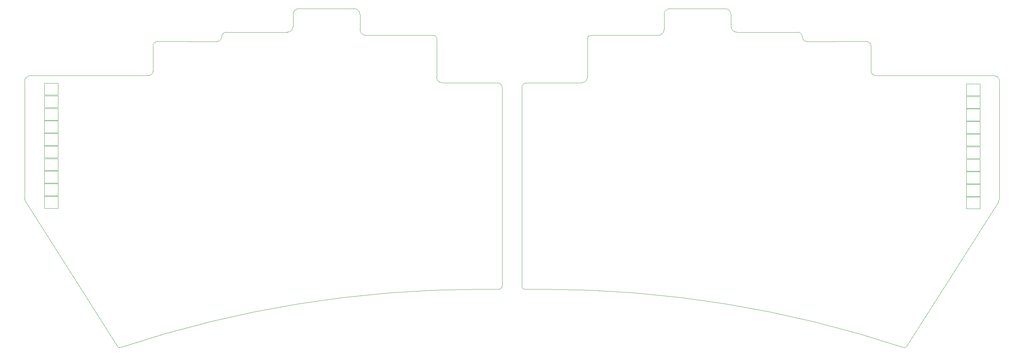
<source format=gm1>
G04 #@! TF.GenerationSoftware,KiCad,Pcbnew,7.0.6*
G04 #@! TF.CreationDate,2024-10-08T23:05:02+02:00*
G04 #@! TF.ProjectId,KoalaKeeb_v1,4b6f616c-614b-4656-9562-5f76312e6b69,rev?*
G04 #@! TF.SameCoordinates,Original*
G04 #@! TF.FileFunction,Profile,NP*
%FSLAX46Y46*%
G04 Gerber Fmt 4.6, Leading zero omitted, Abs format (unit mm)*
G04 Created by KiCad (PCBNEW 7.0.6) date 2024-10-08 23:05:02*
%MOMM*%
%LPD*%
G01*
G04 APERTURE LIST*
G04 #@! TA.AperFunction,Profile*
%ADD10C,0.100000*%
G04 #@! TD*
G04 #@! TA.AperFunction,Profile*
%ADD11C,0.120000*%
G04 #@! TD*
G04 APERTURE END LIST*
D10*
X169357880Y-43450646D02*
X167497880Y-43470610D01*
X207207890Y-26090610D02*
G75*
G03*
X205707880Y-24590610I-1499990J10D01*
G01*
X112990480Y-29889620D02*
G75*
G03*
X114490417Y-31389620I1500020J20D01*
G01*
X149090417Y-54889620D02*
X149090417Y-62089620D01*
X275371850Y-43111007D02*
X275351850Y-73071007D01*
X155307867Y-43486446D02*
X167497880Y-43470610D01*
X147890430Y-43485456D02*
X135700417Y-43469620D01*
X275124509Y-73742695D02*
G75*
G03*
X275351849Y-73071007I-1262709J801695D01*
G01*
X27846449Y-73070017D02*
G75*
G03*
X28073793Y-73741703I1490051J130017D01*
G01*
X190207880Y-29890610D02*
X190207880Y-26090610D01*
X132460480Y-42079620D02*
G75*
G03*
X133840417Y-43449656I1380020J10020D01*
G01*
X207207892Y-29190609D02*
G75*
G03*
X208668540Y-30591869I1460708J60709D01*
G01*
X143590417Y-96016021D02*
X148290417Y-95989620D01*
X191707880Y-24590680D02*
G75*
G03*
X190207880Y-26090610I-80J-1499920D01*
G01*
X226559349Y-32987512D02*
X241556411Y-32937920D01*
X154111859Y-95111008D02*
G75*
G03*
X154907880Y-95990610I796041J-79592D01*
G01*
X27826447Y-43110017D02*
X27846447Y-73070017D01*
X29306447Y-41630047D02*
G75*
G03*
X27826447Y-43110017I-47J-1479953D01*
G01*
X242760580Y-34142079D02*
G75*
G03*
X241556411Y-32937920I-1204280J-121D01*
G01*
X94529757Y-30590878D02*
G75*
G03*
X95990417Y-29189620I-57J1461978D01*
G01*
X132460533Y-32299620D02*
G75*
G03*
X131570417Y-31399622I-900033J20D01*
G01*
X133840417Y-43449656D02*
X135700417Y-43469620D01*
X76638948Y-32986522D02*
X61641886Y-32936930D01*
X59306447Y-41630091D02*
G75*
G03*
X60436447Y-40510017I-47J1130091D01*
G01*
X59306447Y-41630061D02*
X29306447Y-41630017D01*
X148290417Y-95989615D02*
G75*
G03*
X149086447Y-95110017I-17J800015D01*
G01*
X275371793Y-43111007D02*
G75*
G03*
X273891850Y-41631007I-1479993J7D01*
G01*
X242760570Y-34142079D02*
X242761850Y-40511007D01*
X51450455Y-110623169D02*
G75*
G03*
X52387344Y-110780404I545945J383169D01*
G01*
X250810954Y-110781390D02*
G75*
G03*
X159607880Y-96017011I-91203054J-274309210D01*
G01*
X188707880Y-31390680D02*
G75*
G03*
X190207880Y-29890610I-80J1500080D01*
G01*
X61641886Y-32936927D02*
G75*
G03*
X60437727Y-34141089I114J-1204273D01*
G01*
X169357880Y-43450616D02*
G75*
G03*
X170737880Y-42080610I20J1380016D01*
G01*
X170737825Y-32300610D02*
X170737880Y-42080610D01*
X149094544Y-44689615D02*
G75*
G03*
X147890430Y-43485456I-1204244J-85D01*
G01*
X112990417Y-29889620D02*
X112990417Y-26089620D01*
X225312047Y-31790610D02*
G75*
G03*
X226559349Y-32987512I1247253J51410D01*
G01*
X208668540Y-30591869D02*
X224107880Y-30590610D01*
X149086447Y-95110017D02*
X149090417Y-62089620D01*
X28076447Y-73740017D02*
X51450512Y-110623129D01*
X154107880Y-54890610D02*
X154107880Y-62090610D01*
X76638948Y-32986517D02*
G75*
G03*
X77886258Y-31789620I52J1248317D01*
G01*
X143590417Y-96016026D02*
G75*
G03*
X52387345Y-110780406I-17J-289073574D01*
G01*
X275121850Y-73741007D02*
X251747785Y-110624119D01*
X154111850Y-95111007D02*
X154107880Y-62090610D01*
X155307867Y-43486529D02*
G75*
G03*
X154103729Y-44690605I33J-1204171D01*
G01*
X112990480Y-26089620D02*
G75*
G03*
X111490417Y-24589620I-1499980J20D01*
G01*
X94529757Y-30590879D02*
X79090417Y-30589620D01*
X159607880Y-96017011D02*
X154907880Y-95990610D01*
X191707880Y-24590610D02*
X205707880Y-24590610D01*
X111490417Y-24589620D02*
X97490417Y-24589620D01*
X131570417Y-31399620D02*
X114490417Y-31389620D01*
X79090417Y-30585458D02*
G75*
G03*
X77886258Y-31789620I83J-1204242D01*
G01*
X154103729Y-44690605D02*
X154107880Y-54890610D01*
X97490417Y-24589617D02*
G75*
G03*
X95990417Y-26089620I-17J-1499983D01*
G01*
X60437727Y-34141089D02*
X60436447Y-40510017D01*
X95990417Y-26089620D02*
X95990417Y-29189620D01*
X250810912Y-110781450D02*
G75*
G03*
X251747785Y-110624119I390888J540450D01*
G01*
X225312049Y-31790610D02*
G75*
G03*
X224107880Y-30586451I-1204249J-90D01*
G01*
X243891850Y-41631051D02*
X273891850Y-41631007D01*
X207207880Y-26090610D02*
X207207880Y-29190610D01*
X242761793Y-40511008D02*
G75*
G03*
X243891850Y-41631051I1130007J10008D01*
G01*
X171627880Y-31400610D02*
X188707880Y-31390610D01*
X149094568Y-44689615D02*
X149090417Y-54889620D01*
X132460472Y-32299620D02*
X132460417Y-42079620D01*
X171627880Y-31400581D02*
G75*
G03*
X170737825Y-32300610I10020J-900019D01*
G01*
D11*
X36276447Y-75360017D02*
X36276447Y-72360017D01*
X36276447Y-72360017D02*
X32876447Y-72360017D01*
X32876447Y-75360017D02*
X36276447Y-75360017D01*
X32876447Y-72360017D02*
X32876447Y-75360017D01*
X270387880Y-53120610D02*
X270387880Y-50120610D01*
X270387880Y-50120610D02*
X266987880Y-50120610D01*
X266987880Y-53120610D02*
X270387880Y-53120610D01*
X266987880Y-50120610D02*
X266987880Y-53120610D01*
X36276447Y-62560017D02*
X36276447Y-59560017D01*
X36276447Y-59560017D02*
X32876447Y-59560017D01*
X32876447Y-62560017D02*
X36276447Y-62560017D01*
X32876447Y-59560017D02*
X32876447Y-62560017D01*
X32876447Y-56360017D02*
X32876447Y-59360017D01*
X32876447Y-59360017D02*
X36276447Y-59360017D01*
X36276447Y-56360017D02*
X32876447Y-56360017D01*
X36276447Y-59360017D02*
X36276447Y-56360017D01*
X270387880Y-72320610D02*
X270387880Y-69320610D01*
X270387880Y-69320610D02*
X266987880Y-69320610D01*
X266987880Y-72320610D02*
X270387880Y-72320610D01*
X266987880Y-69320610D02*
X266987880Y-72320610D01*
X270387880Y-46720610D02*
X270387880Y-43720610D01*
X270387880Y-43720610D02*
X266987880Y-43720610D01*
X266987880Y-46720610D02*
X270387880Y-46720610D01*
X266987880Y-43720610D02*
X266987880Y-46720610D01*
X270387880Y-59520610D02*
X270387880Y-56520610D01*
X270387880Y-56520610D02*
X266987880Y-56520610D01*
X266987880Y-59520610D02*
X270387880Y-59520610D01*
X266987880Y-56520610D02*
X266987880Y-59520610D01*
X36276447Y-49760017D02*
X36276447Y-46760017D01*
X36276447Y-46760017D02*
X32876447Y-46760017D01*
X32876447Y-49760017D02*
X36276447Y-49760017D01*
X32876447Y-46760017D02*
X32876447Y-49760017D01*
X32876447Y-43560017D02*
X32876447Y-46560017D01*
X32876447Y-46560017D02*
X36276447Y-46560017D01*
X36276447Y-43560017D02*
X32876447Y-43560017D01*
X36276447Y-46560017D02*
X36276447Y-43560017D01*
X270387880Y-65920610D02*
X270387880Y-62920610D01*
X270387880Y-62920610D02*
X266987880Y-62920610D01*
X266987880Y-65920610D02*
X270387880Y-65920610D01*
X266987880Y-62920610D02*
X266987880Y-65920610D01*
X32876447Y-69160017D02*
X32876447Y-72160017D01*
X32876447Y-72160017D02*
X36276447Y-72160017D01*
X36276447Y-69160017D02*
X32876447Y-69160017D01*
X36276447Y-72160017D02*
X36276447Y-69160017D01*
X36276447Y-68960017D02*
X36276447Y-65960017D01*
X36276447Y-65960017D02*
X32876447Y-65960017D01*
X32876447Y-68960017D02*
X36276447Y-68960017D01*
X32876447Y-65960017D02*
X32876447Y-68960017D01*
X32876447Y-49960017D02*
X32876447Y-52960017D01*
X32876447Y-52960017D02*
X36276447Y-52960017D01*
X36276447Y-49960017D02*
X32876447Y-49960017D01*
X36276447Y-52960017D02*
X36276447Y-49960017D01*
X266987880Y-59720610D02*
X266987880Y-62720610D01*
X266987880Y-62720610D02*
X270387880Y-62720610D01*
X270387880Y-59720610D02*
X266987880Y-59720610D01*
X270387880Y-62720610D02*
X270387880Y-59720610D01*
X36276447Y-56160017D02*
X36276447Y-53160017D01*
X36276447Y-53160017D02*
X32876447Y-53160017D01*
X32876447Y-56160017D02*
X36276447Y-56160017D01*
X32876447Y-53160017D02*
X32876447Y-56160017D01*
X32876447Y-62760017D02*
X32876447Y-65760017D01*
X32876447Y-65760017D02*
X36276447Y-65760017D01*
X36276447Y-62760017D02*
X32876447Y-62760017D01*
X36276447Y-65760017D02*
X36276447Y-62760017D01*
X266987880Y-46920610D02*
X266987880Y-49920610D01*
X266987880Y-49920610D02*
X270387880Y-49920610D01*
X270387880Y-46920610D02*
X266987880Y-46920610D01*
X270387880Y-49920610D02*
X270387880Y-46920610D01*
X266987880Y-53320610D02*
X266987880Y-56320610D01*
X266987880Y-56320610D02*
X270387880Y-56320610D01*
X270387880Y-53320610D02*
X266987880Y-53320610D01*
X270387880Y-56320610D02*
X270387880Y-53320610D01*
X266987880Y-66120610D02*
X266987880Y-69120610D01*
X266987880Y-69120610D02*
X270387880Y-69120610D01*
X270387880Y-66120610D02*
X266987880Y-66120610D01*
X270387880Y-69120610D02*
X270387880Y-66120610D01*
X266987880Y-72520610D02*
X266987880Y-75520610D01*
X266987880Y-75520610D02*
X270387880Y-75520610D01*
X270387880Y-72520610D02*
X266987880Y-72520610D01*
X270387880Y-75520610D02*
X270387880Y-72520610D01*
M02*

</source>
